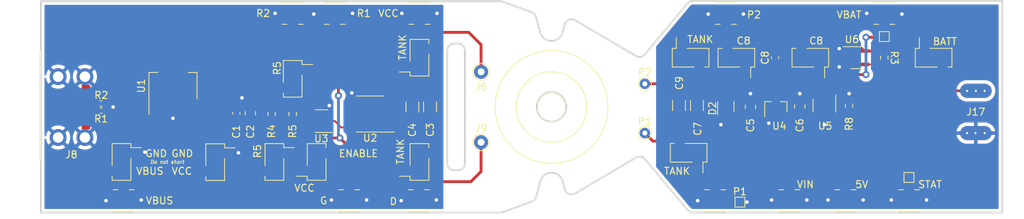
<source format=kicad_pcb>
(kicad_pcb (version 20211014) (generator pcbnew)
  (layers (0 "F.Cu" signal) (31 "B.Cu" signal) (34 "B.Paste" user) (35 "F.Paste" user) (36 "B.SilkS" user "B.Silkscreen") (37 "F.SilkS" user "F.Silkscreen") (38 "B.Mask" user) (39 "F.Mask" user) (44 "Edge.Cuts" user))
  (net 0 "")
  (net 1 "GND")
  (net 2 "VBUS")
  (net 3 "Net-(C3-Pad1)")
  (net 4 "GNDREF")
  (net 5 "Net-(C3-Pad2)")
  (net 6 "+5V")
  (net 7 "+BATT")
  (net 8 "/STAT")
  (net 9 "VCC")
  (net 10 "Net-(C7-Pad2)")
  (net 11 "Net-(C7-Pad1)")
  (net 12 "Net-(J5-Pad1)")
  (net 13 "Net-(J7-Pad1)")
  (net 14 "Net-(J8-PadA5)")
  (net 15 "Net-(J8-PadB5)")
  (net 16 "Net-(J10-Pad1)")
  (net 17 "Net-(J16-Pad2)")
  (net 18 "VEE")
  (net 19 "Net-(C8-Pad1)")
  (net 20 "Net-(C8-Pad2)")
  (net 21 "Net-(D2-Pad3)")
  (net 22 "Net-(D2-Pad6)")
  (net 23 "Net-(J9-Pad1)")
  (net 24 "Net-(R5-Pad2)")
  (net 25 "Net-(R5-Pad1)")
  (net 26 "Net-(J29-Pad1)")
  (net 27 "Net-(U5-Pad5)")
  (net 28 "Net-(U3-Pad6)")
  (footprint "Capacitor_SMD:C_0805_2012Metric" (layer "F.Cu") (at 186.5 103.98 90)
    (fp_text reference "C5")
    (fp_text value "4.7uF 25V 20%")
  )
  (footprint "Package_TO_SOT_SMD:SOT-363_SC-70-6" (layer "F.Cu") (at 183 103.93 90)
    (fp_text reference "D2")
    (fp_text value "BAV99S")
  )
  (footprint "Pixels-dice:USB-C-SMD_10P-P1.00-L6.8-W8.9" (layer "F.Cu") (at 90.1 104.01 180)
    (fp_text reference "J8")
    (fp_text value "USB_C_Receptacle_USB2.0")
  )
  (footprint "TestPoint:TestPoint_THTPad_D1.5mm_Drill0.7mm" (layer "F.Cu") (at 171.5 107.7)
    (fp_text reference "P1")
    (fp_text value "COILA")
  )
  (footprint "TestPoint:TestPoint_THTPad_D1.5mm_Drill0.7mm" (layer "F.Cu") (at 171.5 100.7)
    (fp_text reference "P2")
    (fp_text value "COILB")
  )
  (footprint "Resistor_SMD:R_0402_1005Metric" (layer "F.Cu") (at 94.3 103.5 180)
    (fp_text reference "R2")
    (fp_text value "5.1k 1%")
  )
  (footprint "Pixels-dice:SOT-23" (layer "F.Cu") (at 190.1 104 -90)
    (fp_text reference "U4")
    (fp_text value "HX6306P502MR")
  )
  (footprint "Package_TO_SOT_SMD:SOT-23-5" (layer "F.Cu") (at 197 103.82 -90)
    (fp_text reference "U5")
    (fp_text value "MCP73832T-2ACI/OT")
  )
  (footprint "Resistor_SMD:R_0603_1608Metric" (layer "F.Cu") (at 200.5 103.8 90)
    (fp_text reference "R8")
    (fp_text value "10k 5%")
  )
  (footprint "Connector_PinHeader_2.54mm:PinHeader_1x02_P2.54mm_Vertical_SMD_Pin1Right" (layer "F.Cu") (at 212.5 97 90)
    (fp_text reference "J16" hide)
    (fp_text value "Conn_01x02")
  )
  (footprint "TestPoint:TestPoint_THTPad_D2.0mm_Drill1.0mm" (layer "F.Cu") (at 148.25 99)
    (fp_text reference "J6")
    (fp_text value "Coil B")
  )
  (footprint "Pixels-dice:U.FL-R-SMT-1(80)" (layer "F.Cu") (at 181.5 115.745 90)
    (fp_text reference "J12" hide)
    (fp_text value "P1")
  )
  (footprint "Pixels-dice:U.FL-R-SMT-1(80)" (layer "F.Cu") (at 192 115.745 90)
    (fp_text reference "J13" hide)
    (fp_text value "VIN")
  )
  (footprint "Pixels-dice:U.FL-R-SMT-1(80)" (layer "F.Cu") (at 200 115.745 90)
    (fp_text reference "J14" hide)
    (fp_text value "5V")
  )
  (footprint "Pixels-dice:U.FL-R-SMT-1(80)" (layer "F.Cu") (at 183 92.255 -90)
    (fp_text reference "J19" hide)
    (fp_text value "P2")
  )
  (footprint "TestPoint:TestPoint_Pad_1.0x1.0mm" (layer "F.Cu") (at 185 117.5)
    (fp_text reference "W3" hide)
    (fp_text value "GND")
  )
  (footprint "Pixels-dice:Hongjie 10100 Connector" (layer "F.Cu") (at 218.5 104.7 -90)
    (fp_text reference "J17")
    (fp_text value "Conn_01x02")
  )
  (footprint "TestPoint:TestPoint_Pad_1.0x1.0mm" (layer "F.Cu") (at 209 114)
    (fp_text reference "W4" hide)
    (fp_text value "STAT")
  )
  (footprint "Pixels-dice:U.FL-R-SMT-1(80)" (layer "F.Cu") (at 139.425 115.745 90)
    (fp_text reference "J11" hide)
    (fp_text value "D")
  )
  (footprint "TestPoint:TestPoint_THTPad_D2.0mm_Drill1.0mm" (layer "F.Cu") (at 148.25 109)
    (fp_text reference "J9")
    (fp_text value "Coil A")
  )
  (footprint "Capacitor_SMD:C_0805_2012Metric" (layer "F.Cu") (at 193.5 103.9 90)
    (fp_text reference "C6")
    (fp_text value "4.7uF 25V 20%")
  )
  (footprint "Capacitor_SMD:C_1206_3216Metric" (layer "F.Cu") (at 178.9 103.8 90)
    (fp_text reference "C7")
    (fp_text value "47nF 50V 5% NP0")
  )
  (footprint "Pixels-dice:U.FL-R-SMT-1(80)" (layer "F.Cu") (at 97.5 115.745 90)
    (fp_text reference "J1" hide)
    (fp_text value "VBUS")
  )
  (footprint "Pixels-dice:U.FL-R-SMT-1(80)" (layer "F.Cu") (at 139.5 92.255 -90)
    (fp_text reference "J4" hide)
    (fp_text value "VCC")
  )
  (footprint "Pixels-dice:U.FL-R-SMT-1(80)" (layer "F.Cu") (at 127.5 92.255 -90)
    (fp_text reference "J7" hide)
    (fp_text value "R1")
  )
  (footprint "Pixels-dice:U.FL-R-SMT-1(80)" (layer "F.Cu") (at 205.5 92.255 -90)
    (fp_text reference "J15" hide)
    (fp_text value "VBAT")
  )
  (footprint "TestPoint:TestPoint_Pad_1.0x1.0mm" (layer "F.Cu") (at 205.5 94)
    (fp_text reference "W2" hide)
    (fp_text value "BATT")
  )
  (footprint "Capacitor_SMD:C_1206_3216Metric" (layer "F.Cu") (at 138.5 104 90)
    (fp_text reference "C4")
    (fp_text value "100nF 50V NP0")
  )
  (footprint "Capacitor_SMD:C_1206_3216Metric" (layer "F.Cu") (at 141 104 90)
    (fp_text reference "C3")
    (fp_text value "100nF 50V NP0")
  )
  (footprint "Capacitor_SMD:C_0603_1608Metric" (layer "F.Cu") (at 113.5 104.9 90)
    (fp_text reference "C1")
    (fp_text value "0.1uF 16V")
  )
  (footprint "Capacitor_SMD:C_0805_2012Metric" (layer "F.Cu") (at 115.5 104.9 90)
    (fp_text reference "C2")
    (fp_text value "10uF 16V")
  )
  (footprint "Connector_PinHeader_2.54mm:PinHeader_1x02_P2.54mm_Vertical_SMD_Pin1Right" (layer "F.Cu") (at 110.5 111.825)
    (fp_text reference "J2" hide)
    (fp_text value "Conn_01x02")
  )
  (footprint "Pixels-dice:U.FL-R-SMT-1(80)" (layer "F.Cu") (at 121.5 92.255 -90)
    (fp_text reference "J10" hide)
    (fp_text value "R2")
  )
  (footprint "Connector_PinHeader_2.54mm:PinHeader_1x02_P2.54mm_Vertical_SMD_Pin1Right" (layer "F.Cu") (at 139.5 97 180)
    (fp_text reference "J18" hide)
    (fp_text value "Conn_01x02")
  )
  (footprint "Resistor_SMD:R_0603_1608Metric" (layer "F.Cu") (at 205.5 97 -90)
    (fp_text reference "R3")
    (fp_text value "10k 5%")
  )
  (footprint "Resistor_SMD:R_0603_1608Metric" (layer "F.Cu") (at 118.5 105 -90)
    (fp_text reference "R4")
    (fp_text value "200k 1%")
  )
  (footprint "Resistor_SMD:R_0603_1608Metric" (layer "F.Cu") (at 121.5 105 -90)
    (fp_text reference "R5")
    (fp_text value "84.5k 1%")
  )
  (footprint "Package_TO_SOT_SMD:SOT-223" (layer "F.Cu") (at 104.5 101 90)
    (fp_text reference "U1")
    (fp_text value "H7650")
  )
  (footprint "Package_SO:SO-8_3.9x4.9mm_P1.27mm" (layer "F.Cu") (at 132.5 105 180)
    (fp_text reference "U2")
    (fp_text value "XKT335")
  )
  (footprint "Package_TO_SOT_SMD:SOT-23-6" (layer "F.Cu") (at 125.6 106 180)
    (fp_text reference "U3")
    (fp_text value "XKT001")
  )
  (footprint "Connector_PinHeader_2.54mm:PinHeader_1x02_P2.54mm_Vertical_SMD_Pin1Right" (layer "F.Cu") (at 97.2 111.8)
    (fp_text reference "J20" hide)
    (fp_text value "Conn_01x02")
  )
  (footprint "Pixels-dice:U.FL-R-SMT-1(80)" (layer "F.Cu") (at 129.5 115.745 90)
    (fp_text reference "J5" hide)
    (fp_text value "G")
  )
  (footprint "Resistor_SMD:R_0402_1005Metric" (layer "F.Cu") (at 94.3 104.51 180)
    (fp_text reference "R1")
    (fp_text value "5.1k 1%")
  )
  (footprint "Connector_PinHeader_2.54mm:PinHeader_1x02_P2.54mm_Vertical_SMD_Pin1Right" (layer "F.Cu") (at 118.9 111.8)
    (fp_text reference "J21" hide)
    (fp_text value "Conn_01x02")
  )
  (footprint "Connector_PinHeader_2.54mm:PinHeader_1x02_P2.54mm_Vertical_SMD_Pin1Right" (layer "F.Cu") (at 195 97 -90)
    (fp_text reference "J29" hide)
    (fp_text value "Conn_01x02")
  )
  (footprint "Connector_PinHeader_2.54mm:PinHeader_1x02_P2.54mm_Vertical_SMD_Pin1Right" (layer "F.Cu") (at 139.5 111.8 180)
    (fp_text reference "J23" hide)
    (fp_text value "Conn_01x02")
  )
  (footprint "Pixels-dice:U.FL-R-SMT-1(80)" (layer "F.Cu") (at 209 115.745 90)
    (fp_text reference "J28" hide)
    (fp_text value "STAT")
  )
  (footprint "Connector_PinHeader_2.54mm:PinHeader_1x02_P2.54mm_Vertical_SMD_Pin1Right" (layer "F.Cu") (at 184.5 97 -90)
    (fp_text reference "J27" hide)
    (fp_text value "Conn_01x02")
  )
  (footprint "Capacitor_SMD:C_1206_3216Metric" (layer "F.Cu") (at 176.35 103.8 90)
    (fp_text reference "C9")
    (fp_text value "33nF 50V 5% NP0")
  )
  (footprint "Connector_PinHeader_2.54mm:PinHeader_1x02_P2.54mm_Vertical_SMD_Pin1Right" (layer "F.Cu") (at 121.5 100)
    (fp_text reference "J24" hide)
    (fp_text value "Conn_01x02")
  )
  (footprint "Connector_PinHeader_2.54mm:PinHeader_1x02_P2.54mm_Vertical_SMD_Pin1Right" (layer "F.Cu") (at 177.725 110.5 -90)
    (fp_text reference "J25" hide)
    (fp_text value "Conn_01x02")
  )
  (footprint "Connector_PinHeader_2.54mm:PinHeader_1x02_P2.54mm_Vertical_SMD_Pin1Right" (layer "F.Cu") (at 124.9 111.8 180)
    (fp_text reference "J3" hide)
    (fp_text value "Conn_01x02")
  )
  (footprint "Capacitor_SMD:C_0603_1608Metric" (layer "F.Cu") (at 190 97 90)
    (fp_text reference "C8")
    (fp_text value "0.47uF 50V")
  )
  (footprint "Pixels-dice:SC-74A" (layer "F.Cu") (at 201.5 97)
    (fp_text reference "U6")
    (fp_text value "74HC1G66")
  )
  (footprint "Connector_PinHeader_2.54mm:PinHeader_1x02_P2.54mm_Vertical_SMD_Pin1Right" (layer "F.Cu") (at 178 97 90)
    (fp_text reference "J26" hide)
    (fp_text value "Conn_01x02")
  )
  (gr_circle (center 158.25 104) (end 163.25 104) (layer "F.SilkS") (width 0.12) (fill none))
  (gr_circle (center 158.25 104) (end 166.25 104) (layer "F.SilkS") (width 0.12) (fill none))
  (gr_circle (center 158.25 104) (end 160.25 104) (layer "F.SilkS") (width 0.12) (fill none))
  (gr_arc (start 178.348333 118.985239) (mid 177.925715 118.891547) (end 177.582289 118.628027) (layer "Edge.Cuts") (width 0.25))
  (gr_arc (start 156.055942 116.757163) (mid 155.827327 117.168184) (end 155.436106 117.429238) (layer "Edge.Cuts") (width 0.25))
  (gr_line (start 85.749988 88.985239) (end 150.982152 88.985239) (layer "Edge.Cuts") (width 0.25))
  (gr_line (start 178.320601 88.931191) (end 222.249988 88.931191) (layer "Edge.Cuts") (width 0.25))
  (gr_line (start 160.132298 115.660158) (end 159.861551 114.577701) (layer "Edge.Cuts") (width 0.25))
  (gr_line (start 85.749988 118.985239) (end 85.749988 88.985239) (layer "Edge.Cuts") (width 0.25))
  (gr_arc (start 161.611048 116.278493) (mid 160.716634 116.340102) (end 160.132298 115.660158) (layer "Edge.Cuts") (width 0.25))
  (gr_circle (center 158.249988 103.97807) (end 160.349988 103.97807) (layer "Edge.Cuts") (width 0.25) (fill none))
  (gr_arc (start 177.553287 89.289919) (mid 177.897087 89.025301) (end 178.320601 88.931191) (layer "Edge.Cuts") (width 0.25))
  (gr_line (start 151.353714 118.924254) (end 155.436106 117.429238) (layer "Edge.Cuts") (width 0.25))
  (gr_arc (start 171.501166 96.531584) (mid 170.904523 96.87564) (end 170.226921 96.752299) (layer "Edge.Cuts") (width 0.25))
  (gr_line (start 171.515863 111.398342) (end 177.582289 118.628027) (layer "Edge.Cuts") (width 0.25))
  (gr_line (start 156.055942 116.757163) (end 156.670735 114.537619) (layer "Edge.Cuts") (width 0.25))
  (gr_arc (start 144.949988 94.990229) (mid 145.657095 95.283122) (end 145.949988 95.990229) (layer "Edge.Cuts") (width 0.25))
  (gr_line (start 144.449988 112.990229) (end 144.949988 112.990229) (layer "Edge.Cuts") (width 0.25))
  (gr_line (start 156.057898 91.221411) (end 156.64576 93.406696) (layer "Edge.Cuts") (width 0.25))
  (gr_arc (start 170.241183 111.180147) (mid 170.91854 111.055466) (end 171.515863 111.398342) (layer "Edge.Cuts") (width 0.25))
  (gr_arc (start 150.982152 88.985239) (mid 151.1558 89.000432) (end 151.324172 89.045547) (layer "Edge.Cuts") (width 0.25))
  (gr_line (start 171.501166 96.531584) (end 177.553287 89.289919) (layer "Edge.Cuts") (width 0.25))
  (gr_arc (start 145.949988 111.990229) (mid 145.657094 112.697335) (end 144.949988 112.990229) (layer "Edge.Cuts") (width 0.25))
  (gr_line (start 170.241183 111.180147) (end 161.611048 116.278493) (layer "Edge.Cuts") (width 0.25))
  (gr_arc (start 151.353714 118.924254) (mid 151.184458 118.969875) (end 151.009837 118.985239) (layer "Edge.Cuts") (width 0.25))
  (gr_line (start 160.136232 92.268551) (end 159.833313 93.403545) (layer "Edge.Cuts") (width 0.25))
  (gr_line (start 222.249988 88.931191) (end 222.249988 118.985239) (layer "Edge.Cuts") (width 0.25))
  (gr_line (start 85.749988 88.985239) (end 150.982152 88.985239) (layer "Edge.Cuts") (width 0.25))
  (gr_line (start 151.009837 118.985239) (end 85.749988 118.985239) (layer "Edge.Cuts") (width 0.25))
  (gr_arc (start 160.136232 92.268551) (mid 160.810297 91.570032) (end 161.759621 91.772706) (layer "Edge.Cuts") (width 0.25))
  (gr_line (start 222.249988 118.985239) (end 178.348333 118.985239) (layer "Edge.Cuts") (width 0.25))
  (gr_arc (start 155.434249 90.541492) (mid 155.829172 90.80523) (end 156.057898 91.221411) (layer "Edge.Cuts") (width 0.25))
  (gr_line (start 144.449988 94.990229) (end 144.949988 94.990229) (layer "Edge.Cuts") (width 0.25))
  (gr_arc (start 156.670735 114.537619) (mid 158.281587 113.3282) (end 159.861551 114.577701) (layer "Edge.Cuts") (width 0.25))
  (gr_arc (start 144.449988 112.990229) (mid 143.742882 112.697335) (end 143.449988 111.990229) (layer "Edge.Cuts") (width 0.25))
  (gr_arc (start 159.833313 93.403545) (mid 158.240745 94.628069) (end 156.64576 93.406696) (layer "Edge.Cuts") (width 0.25))
  (gr_line (start 151.324172 89.045547) (end 155.434249 90.541492) (layer "Edge.Cuts") (width 0.25))
  (gr_line (start 161.759621 91.772706) (end 170.226921 96.752299) (layer "Edge.Cuts") (width 0.25))
  (gr_line (start 143.449988 95.990229) (end 143.449988 111.990229) (layer "Edge.Cuts") (width 0.25))
  (gr_line (start 145.949988 111.990229) (end 145.949988 95.990229) (layer "Edge.Cuts") (width 0.25))
  (gr_arc (start 143.449988 95.990229) (mid 143.742881 95.283122) (end 144.449988 94.990229) (layer "Edge.Cuts") (width 0.25))
  (gr_text "BATT" (at 215.9 94.7) (layer "F.SilkS") (effects (font (size 1 1)) (justify right)))
  (gr_text "GND" (at 100.5 110.6) (layer "F.SilkS") (effects (font (size 1 1)) (justify left)))
  (gr_text "TANK" (at 181.3 94.4) (layer "F.SilkS") (effects (font (size 1 1)) (justify right)))
  (gr_text "Do not short" (at 103.7 111.8) (layer "F.SilkS") (effects (font (size 0.5 0.5) (thickness 0.1) italic)))
  (gr_text "VCC" (at 124.7 115.5) (layer "F.SilkS") (effects (font (size 1 1)) (justify right)))
  (gr_text "TANK" (at 136.8 108.4 90) (layer "F.SilkS") (effects (font (size 1 1)) (justify right)))
  (gr_text "ENABLE" (at 133.7 110.6) (layer "F.SilkS") (effects (font (size 1 1)) (justify right)))
  (gr_text "C8" (at 186.6 94.6) (layer "F.SilkS") (effects (font (size 1 1)) (justify right)))
  (gr_text "R5" (at 119.3 97.4 90) (layer "F.SilkS") (effects (font (size 1 1)) (justify right)))
  (gr_text "VCC" (at 107.3 113.1) (layer "F.SilkS") (effects (font (size 1 1)) (justify right)))
  (gr_text "TANK" (at 137.1 93.6 90) (layer "F.SilkS") (effects (font (size 1 1)) (justify right)))
  (gr_text "GND" (at 104.2 110.6) (layer "F.SilkS") (effects (font (size 1 1)) (justify left)))
  (gr_text "R5" (at 116.5 109.2 90) (layer "F.SilkS") (effects (font (size 1 1)) (justify right)))
  (gr_text "TANK" (at 178 113.1) (layer "F.SilkS") (effects (font (size 1 1)) (justify right)))
  (gr_text "VBUS" (at 99.2 113.1) (layer "F.SilkS") (effects (font (size 1 1)) (justify left)))
  (gr_text "C8" (at 196.9 94.6) (layer "F.SilkS") (effects (font (size 1 1)) (justify right)))
  (segment (start 126.7 105.05) (end 126.7 103.8) (width 0.4) (layer "F.Cu") (net 1))
  (segment (start 94.81 104.51) (end 95.49 104.51) (width 0.4) (layer "F.Cu") (net 1))
  (segment (start 131.075 117.245) (end 131.955 117.245) (width 0.4) (layer "F.Cu") (net 1))
  (segment (start 98.855 110.495) (end 100.405 110.495) (width 0.4) (layer "F.Cu") (net 1))
  (segment (start 95.5 103.5) (end 96 104) (width 0.4) (layer "F.Cu") (net 1))
  (segment (start 129.925 105.635) (end 129.925 104.365) (width 0.4) (layer "F.Cu") (net 1))
  (segment (start 99.955 117.245) (end 100 117.2) (width 0.4) (layer "F.Cu") (net 1))
  (segment (start 129.925 102.025) (end 129.9 102) (width 0.4) (layer "F.Cu") (net 1))
  (segment (start 129.925 104.365) (end 129.925 103.095) (width 0.4) (layer "F.Cu") (net 1))
  (segment (start 113.5 104.125) (end 113.5 103.5) (width 0.4) (layer "F.Cu") (net 1))
  (segment (start 137.925 90.755) (end 137.055 90.755) (width 0.4) (layer "F.Cu") (net 1))
  (segment (start 114.9 102.7) (end 114.3 102.7) (width 0.4) (layer "F.Cu") (net 1))
  (segment (start 137.85 117.245) (end 136.955 117.245) (width 0.4) (layer "F.Cu") (net 1))
  (segment (start 113.5 103.5) (end 114.3 102.7) (width 0.4) (layer "F.Cu") (net 1))
  (segment (start 94.81 103.5) (end 95.5 103.5) (width 0.4) (layer "F.Cu") (net 1))
  (segment (start 95.49 104.51) (end 96 104) (width 0.4) (layer "F.Cu") (net 1))
  (segment (start 115.5 103.95) (end 115.5 103.3) (width 0.4) (layer "F.Cu") (net 1))
  (segment (start 99.075 117.245) (end 99.955 117.245) (width 0.4) (layer "F.Cu") (net 1))
  (segment (start 95.055 117.245) (end 95 117.3) (width 0.4) (layer "F.Cu") (net 1))
  (segment (start 129.075 90.755) (end 129.945 90.755) (width 0.4) (layer "F.Cu") (net 1))
  (segment (start 113.745 110.555) (end 113.8 110.5) (width 0.4) (layer "F.Cu") (net 1))
  (segment (start 141 117.245) (end 141.855 117.245) (width 0.4) (layer "F.Cu") (net 1))
  (segment (start 127.925 117.245) (end 127.045 117.245) (width 0.4) (layer "F.Cu") (net 1))
  (segment (start 95.925 117.245) (end 95.055 117.245) (width 0.4) (layer "F.Cu") (net 1))
  (segment (start 119.925 90.755) (end 119.055 90.755) (width 0.4) (layer "F.Cu") (net 1))
  (segment (start 137.055 90.755) (end 137 90.7) (width 0.4) (layer "F.Cu") (net 1))
  (segment (start 129.925 103.095) (end 129.925 102.025) (width 0.4) (layer "F.Cu") (net 1))
  (segment (start 124.055 90.755) (end 125.925 90.755) (width 0.4) (layer "F.Cu") (net 1))
  (segment (start 131.955 117.245) (end 132 117.2) (width 0.4) (layer "F.Cu") (net 1))
  (segment (start 124.5 90.8) (end 123.945 90.755) (width 0.4) (layer "F.Cu") (net 1))
  (segment (start 119.055 90.755) (end 119 90.7) (width 0.4) (layer "F.Cu") (net 1))
  (segment (start 112.155 110.555) (end 113.745 110.555) (width 0.4) (layer "F.Cu") (net 1))
  (segment (start 141.945 90.755) (end 142 90.7) (width 0.4) (layer "F.Cu") (net 1))
  (segment (start 115.5 103.3) (end 114.9 102.7) (width 0.4) (layer "F.Cu") (net 1))
  (segment (start 141.855 117.245) (end 141.9 117.2) (width 0.4) (layer "F.Cu") (net 1))
  (segment (start 123.945 90.755) (end 123.075 90.755) (width 0.4) (layer "F.Cu") (net 1))
  (segment (start 127.045 117.245) (end 127 117.2) (width 0.4) (layer "F.Cu") (net 1))
  (segment (start 124.5 90.8) (end 124.055 90.755) (width 0.4) (layer "F.Cu") (net 1))
  (segment (start 141.075 90.755) (end 141.945 90.755) (width 0.4) (layer "F.Cu") (net 1))
  (segment (start 100.405 110.495) (end 100.5 110.4) (width 0.4) (layer "F.Cu") (net 1))
  (segment (start 129.945 90.755) (end 130 90.7) (width 0.4) (layer "F.Cu") (net 1))
  (segment (start 136.955 117.245) (end 136.9 117.3) (width 0.4) (layer "F.Cu") (net 1))
  (segment (start 104.5 104.15) (end 104.5 105.6) (width 0.4) (layer "F.Cu") (net 1))
  (via (at 104.5 105.6) (size 1) (drill 0.5) (layers "F.Cu" "B.Cu") (net 1))
  (via (at 114.3 102.7) (size 1) (drill 0.5) (layers "F.Cu" "B.Cu") (net 1))
  (via (at 113.8 110.5) (size 1) (drill 0.5) (layers "F.Cu" "B.Cu") (net 1))
  (via (at 132 117.2) (size 1) (drill 0.5) (layers "F.Cu" "B.Cu") (net 1))
  (via (at 142 90.7) (size 1) (drill 0.5) (layers "F.Cu" "B.Cu") (net 1))
  (via (at 124.5 90.8) (size 1) (drill 0.5) (layers "F.Cu" "B.Cu") (net 1))
  (via (at 100.5 110.4) (size 1) (drill 0.5) (layers "F.Cu" "B.Cu") (net 1))
  (via (at 119 90.7) (size 1) (drill 0.5) (layers "F.Cu" "B.Cu") (net 1))
  (via (at 100 117.2) (size 1) (drill 0.5) (layers "F.Cu" "B.Cu") (net 1))
  (via (at 137 90.7) (size 1) (drill 0.5) (layers "F.Cu" "B.Cu") (net 1))
  (via (at 136.9 117.3) (size 1) (drill 0.5) (layers "F.Cu" "B.Cu") (net 1))
  (via (at 141.9 117.2) (size 1) (drill 0.5) (layers "F.Cu" "B.Cu") (net 1))
  (via (at 126.7 103.8) (size 1) (drill 0.5) (layers "F.Cu" "B.Cu") (net 1))
  (via (at 130 90.7) (size 1) (drill 0.5) (layers "F.Cu" "B.Cu") (net 1))
  (via (at 129.9 102) (size 1) (drill 0.5) (layers "F.Cu" "B.Cu") (net 1))
  (via (at 95 117.3) (size 1) (drill 0.5) (layers "F.Cu" "B.Cu") (net 1))
  (via (at 127 117.2) (size 1) (drill 0.5) (layers "F.Cu" "B.Cu") (net 1))
  (via (at 96 104) (size 1) (drill 0.5) (layers "F.Cu" "B.Cu") (net 1))
  (segment (start 90.5 102.9) (end 90.91 102.49) (width 0.4) (layer "F.Cu") (net 2))
  (segment (start 101.255 106.945) (end 102.2 106) (width 0.4) (layer "F.Cu") (net 2))
  (segment (start 97.5 115.72) (end 97.5 113.8) (width 0.4) (layer "F.Cu") (net 2))
  (segment (start 95.545 113.07) (end 95.545 111.945) (width 0.4) (layer "F.Cu") (net 2))
  (segment (start 96.77 113.07) (end 97.5 113.8) (width 0.4) (layer "F.Cu") (net 2))
  (segment (start 95.545 113.07) (end 96.77 113.07) (width 0.4) (layer "F.Cu") (net 2))
  (segment (start 95.545 106.945) (end 95.545 111.945) (width 0.4) (layer "F.Cu") (net 2))
  (segment (start 92.15 105.53) (end 94.13 105.53) (width 0.4) (layer "F.Cu") (net 2))
  (segment (start 90.83 105.53) (end 90.5 105.2) (width 0.4) (layer "F.Cu") (net 2))
  (segment (start 90.91 102.49) (end 92.15 102.49) (width 0.4) (layer "F.Cu") (net 2))
  (segment (start 90.5 105.2) (end 90.5 102.9) (width 0.4) (layer "F.Cu") (net 2))
  (segment (start 94.13 105.53) (end 95.545 106.945) (width 0.4) (layer "F.Cu") (net 2))
  (segment (start 102.2 106) (end 102.2 104.15) (width 0.4) (layer "F.Cu") (net 2))
  (segment (start 92.15 105.53) (end 90.83 105.53) (width 0.4) (layer "F.Cu") (net 2))
  (segment (start 95.545 106.945) (end 101.255 106.945) (width 0.4) (layer "F.Cu") (net 2))
  (segment (start 138.5 105.475) (end 141 105.475) (width 0.4) (layer "F.Cu") (net 3))
  (segment (start 141 110.375) (end 141.155 110.53) (width 0.4) (layer "F.Cu") (net 3))
  (segment (start 141 105.475) (end 141 110.375) (width 0.4) (layer "F.Cu") (net 3))
  (segment (start 207.425 117.245) (end 206.545 117.245) (width 0.4) (layer "F.Cu") (net 4))
  (segment (start 184.575 90.755) (end 185.455 90.755) (width 0.4) (layer "F.Cu") (net 4))
  (segment (start 211.455 117.245) (end 211.5 117.2) (width 0.4) (layer "F.Cu") (net 4))
  (segment (start 186.5 103.03) (end 186.5 102.1) (width 0.4) (layer "F.Cu") (net 4))
  (segment (start 203.925 90.755) (end 203.055 90.755) (width 0.4) (layer "F.Cu") (net 4))
  (segment (start 189.1 106.3) (end 189.1 105.05) (width 0.4) (layer "F.Cu") (net 4))
  (segment (start 199.45 96.05) (end 199.1 95.7) (width 0.4) (layer "F.Cu") (net 4))
  (segment (start 182.35 106.45) (end 182.3 106.5) (width 0.4) (layer "F.Cu") (net 4))
  (segment (start 189.1 105.05) (end 189.15 105) (width 0.4) (layer "F.Cu") (net 4))
  (segment (start 207.955 90.755) (end 208 90.8) (width 0.4) (layer "F.Cu") (net 4))
  (segment (start 197 103.6) (end 197 106.5) (width 0.4) (layer "F.Cu") (net 4))
  (segment (start 197 102.72) (end 197 103.6) (width 0.4) (layer "F.Cu") (net 4))
  (segment (start 199.45 97.95) (end 199.1 98.3) (width 0.4) (layer "F.Cu") (net 4))
  (segment (start 183.33 117.5) (end 185 117.5) (width 0.4) (layer "F.Cu") (net 4))
  (segment (start 179.925 117.245) (end 179.055 117.245) (width 0.4) (layer "F.Cu") (net 4))
  (segment (start 194.455 117.245) (end 194.5 117.2) (width 0.4) (layer "F.Cu") (net 4))
  (segment (start 198.425 117.245) (end 197.545 117.245) (width 0.4) (layer "F.Cu") (net 4))
  (segment (start 203.055 90.755) (end 203 90.7) (width 0.4) (layer "F.Cu") (net 4))
  (segment (start 202.455 117.245) (end 202.5 117.2) (width 0.4) (layer "F.Cu") (net 4))
  (segment (start 193.5 102.95) (end 193.5 102.1) (width 0.4) (layer "F.Cu") (net 4))
  (segment (start 180.455 90.755) (end 181.425 90.755) (width 0.4) (layer "F.Cu") (net 4))
  (segment (start 190.425 117.245) (end 189.545 117.245) (width 0.4) (layer "F.Cu") (net 4))
  (segment (start 201.575 117.245) (end 202.455 117.245) (width 0.4) (layer "F.Cu") (net 4))
  (segment (start 182.35 104.88) (end 182.35 106.45) (width 0.4) (layer "F.Cu") (net 4))
  (segment (start 185.455 90.755) (end 185.5 90.8) (width 0.4) (layer "F.Cu") (net 4))
  (segment (start 189.545 117.245) (end 189.5 117.2) (width 0.4) (layer "F.Cu") (net 4))
  (segment (start 207.075 90.755) (end 207.955 90.755) (width 0.4) (layer "F.Cu") (net 4))
  (segment (start 183.65 102.98) (end 186.45 102.98) (width 0.4) (layer "F.Cu") (net 4))
  (segment (start 179.055 117.245) (end 179 117.3) (width 0.4) (layer "F.Cu") (net 4))
  (segment (start 206.545 117.245) (end 206.5 117.2) (width 0.4) (layer "F.Cu") (net 4))
  (segment (start 210.575 117.245) (end 211.455 117.245) (width 0.4) (layer "F.Cu") (net 4))
  (segment (start 193.575 117.245) (end 194.455 117.245) (width 0.4) (layer "F.Cu") (net 4))
  (segment (start 200.3625 96.05) (end 199.45 96.05) (width 0.4) (layer "F.Cu") (net 4))
  (segment (start 200.5 102.975) (end 200.5 102.1) (width 0.4) (layer "F.Cu") (net 4))
  (segment (start 180.5 90.8) (end 180.455 90.755) (width 0.4) (layer "F.Cu") (net 4))
  (segment (start 200.3625 97.95) (end 199.45 97.95) (width 0.4) (layer "F.Cu") (net 4))
  (segment (start 197.545 117.245) (end 197.5 117.2) (width 0.4) (layer "F.Cu") (net 4))
  (segment (start 183.075 117.245) (end 183.33 117.5) (width 0.4) (layer "F.Cu") (net 4))
  (segment (start 185 117.5) (end 186 117.5) (width 0.4) (layer "F.Cu") (net 4))
  (segment (start 186.45 102.98) (end 186.5 103.03) (width 0.4) (layer "F.Cu") (net 4))
  (via (at 200.5 102.1) (size 1) (drill 0.5) (layers "F.Cu" "B.Cu") (net 4))
  (via (at 189.1 106.3) (size 1) (drill 0.5) (layers "F.Cu" "B.Cu") (net 4))
  (via (at 211.5 117.2) (size 1) (drill 0.5) (layers "F.Cu" "B.Cu") (net 4))
  (via (at 185.5 90.8) (size 1) (drill 0.5) (layers "F.Cu" "B.Cu") (net 4))
  (via (at 186.5 102.1) (size 1) (drill 0.5) (layers "F.Cu" "B.Cu") (net 4))
  (via (at 193.5 102.1) (size 1) (drill 0.5) (layers "F.Cu" "B.Cu") (net 4))
  (via (at 189.5 117.2) (size 1) (drill 0.5) (layers "F.Cu" "B.Cu") (net 4))
  (via (at 208 90.8) (size 1) (drill 0.5) (layers "F.Cu" "B.Cu") (net 4))
  (via (at 203 90.7) (size 1) (drill 0.5) (layers "F.Cu" "B.Cu") (net 4))
  (via (at 206.5 117.2) (size 1) (drill 0.5) (layers "F.Cu" "B.Cu") (net 4))
  (via (at 180.5 90.8) (size 1) (drill 0.5) (layers "F.Cu" "B.Cu") (net 4))
  (via (at 182.3 106.5) (size 1) (drill 0.5) (layers "F.Cu" "B.Cu") (net 4))
  (via (at 202.5 117.2) (size 1) (drill 0.5) (layers "F.Cu" "B.Cu") (net 4))
  (via (at 186 117.5) (size 1) (drill 0.5) (layers "F.Cu" "B.Cu") (net 4))
  (via (at 199.1 95.7) (size 1) (drill 0.5) (layers "F.Cu" "B.Cu") (net 4))
  (via (at 197.5 117.2) (size 1) (drill 0.5) (layers "F.Cu" "B.Cu") (net 4))
  (via (at 179 117.3) (size 1) (drill 0.5) (layers "F.Cu" "B.Cu") (net 4))
  (via (at 197 106.5) (size 1) (drill 0.5) (layers "F.Cu" "B.Cu") (net 4))
  (via (at 194.5 117.2) (size 1) (drill 0.5) (layers "F.Cu" "B.Cu") (net 4))
  (via (at 199.1 98.3) (size 1) (drill 0.5) (layers "F.Cu" "B.Cu") (net 4))
  (segment (start 138.5 100.5) (end 138.5 102.525) (width 0.25) (layer "F.Cu") (net 5))
  (segment (start 137.845 98.27) (end 137.845 99.845) (width 0.25) (layer "F.Cu") (net 5))
  (segment (start 137.845 99.845) (end 138.5 100.5) (width 0.25) (layer "F.Cu") (net 5))
  (segment (start 138.5 102.525) (end 141 102.525) (width 0.25) (layer "F.Cu") (net 5))
  (segment (start 193.5 104.85) (end 191.2 104.85) (width 0.4) (layer "F.Cu") (net 6))
  (segment (start 200 111.9) (end 200 115.72) (width 0.4) (layer "F.Cu") (net 6))
  (segment (start 196.05 104.92) (end 196.05 107.95) (width 0.4) (layer "F.Cu") (net 6))
  (segment (start 191.2 104.85) (end 191.05 105) (width 0.4) (layer "F.Cu") (net 6))
  (segment (start 193.5 104.85) (end 195.98 104.85) (width 0.4) (layer "F.Cu") (net 6))
  (segment (start 196.05 107.95) (end 200 111.9) (width 0.4) (layer "F.Cu") (net 6))
  (segment (start 195.98 104.85) (end 196.05 104.92) (width 0.4) (layer "F.Cu") (net 6))
  (segment (start 196.05 102.72) (end 196.05 101.75) (width 0.4) (layer "F.Cu") (net 7))
  (segment (start 198.4 99.4) (end 202.9 99.4) (width 0.4) (layer "F.Cu") (net 7))
  (segment (start 202.9 94.1) (end 205.4 94.1) (width 0.4) (layer "F.Cu") (net 7))
  (segment (start 207.9 94) (end 209.245 95.345) (width 0.4) (layer "F.Cu") (net 7))
  (segment (start 205.5 94) (end 205.5 92.28) (width 0.4) (layer "F.Cu") (net 7))
  (segment (start 205.5 94) (end 207.9 94) (width 0.4) (layer "F.Cu") (net 7))
  (segment (start 205.4 94.1) (end 205.5 94) (width 0.4) (layer "F.Cu") (net 7))
  (segment (start 209.245 95.345) (end 211.23 95.345) (width 0.4) (layer "F.Cu") (net 7))
  (segment (start 196.05 101.75) (end 198.4 99.4) (width 0.4) (layer "F.Cu") (net 7))
  (via (at 202.9 94.1) (size 1) (drill 0.5) (layers "F.Cu" "B.Cu") (net 7))
  (via (at 202.9 99.4) (size 1) (drill 0.5) (layers "F.Cu" "B.Cu") (net 7))
  (segment (start 202.9 99.4) (end 202.9 94.1) (width 0.4) (layer "B.Cu") (net 7))
  (segment (start 204.5 100.8) (end 209 105.3) (width 0.25) (layer "F.Cu") (net 8))
  (segment (start 205.5 99.8) (end 205.5 97.825) (width 0.25) (layer "F.Cu") (net 8))
  (segment (start 197.95 102.72) (end 197.95 101.85) (width 0.25) (layer "F.Cu") (net 8))
  (segment (start 204.5 100.8) (end 205.5 99.8) (width 0.25) (layer "F.Cu") (net 8))
  (segment (start 197.95 101.85) (end 199 100.8) (width 0.25) (layer "F.Cu") (net 8))
  (segment (start 209 114) (end 209 115.72) (width 0.25) (layer "F.Cu") (net 8))
  (segment (start 205.375 97.95) (end 205.5 97.825) (width 0.25) (layer "F.Cu") (net 8))
  (segment (start 202.6375 97.95) (end 205.375 97.95) (width 0.25) (layer "F.Cu") (net 8))
  (segment (start 199 100.8) (end 204.5 100.8) (width 0.25) (layer "F.Cu") (net 8))
  (segment (start 209 105.3) (end 209 114) (width 0.25) (layer "F.Cu") (net 8))
  (segment (start 139.5 92.28) (end 139.5 93.7) (width 0.4) (layer "F.Cu") (net 9))
  (segment (start 108.5 107.5) (end 112.9 107.5) (width 0.4) (layer "F.Cu") (net 9))
  (segment (start 108.5 107.5) (end 108.845 107.845) (width 0.4) (layer "F.Cu") (net 9))
  (segment (start 128.2 108.4) (end 127.1 108.4) (width 0.4) (layer "F.Cu") (net 9))
  (segment (start 123.245 113.07) (end 128.23 113.07) (width 0.4) (layer "F.Cu") (net 9))
  (segment (start 129 112.3) (end 129 109.2) (width 0.4) (layer "F.Cu") (net 9))
  (segment (start 123.245 114.355) (end 123.245 113.07) (width 0.4) (layer "F.Cu") (net 9))
  (segment (start 118.5 105.825) (end 118.5 106.6) (width 0.4) (layer "F.Cu") (net 9))
  (segment (start 106.8 105.8) (end 108.5 107.5) (width 0.4) (layer "F.Cu") (net 9))
  (segment (start 115.5 106.5) (end 115.1 106.9) (width 0.4) (layer "F.Cu") (net 9))
  (segment (start 122.2 115.4) (end 123.245 114.355) (width 0.4) (layer "F.Cu") (net 9))
  (segment (start 140.345 94.545) (end 141.155 94.545) (width 0.4) (layer "F.Cu") (net 9))
  (segment (start 106.8 104.15) (end 106.8 105.8) (width 0.4) (layer "F.Cu") (net 9))
  (segment (start 127.1 108.4) (end 126.7 108) (width 0.4) (layer "F.Cu") (net 9))
  (segment (start 117.1 106.9) (end 115.1 106.9) (width 0.4) (layer "F.Cu") (net 9))
  (segment (start 129 109.2) (end 128.2 108.4) (width 0.4) (layer "F.Cu") (net 9))
  (segment (start 116.7 115.4) (end 122.2 115.4) (width 0.4) (layer "F.Cu") (net 9))
  (segment (start 148.25 95.15) (end 146.5 93.4) (width 0.4) (layer "F.Cu") (net 9))
  (segment (start 113.5 106.9) (end 113.5 105.675) (width 0.4) (layer "F.Cu") (net 9))
  (segment (start 142.3 93.4) (end 141.155 94.545) (width 0.4) (layer "F.Cu") (net 9))
  (segment (start 115.5 105.85) (end 115.5 106.5) (width 0.4) (layer "F.Cu") (net 9))
  (segment (start 115.1 113.8) (end 116.7 115.4) (width 0.4) (layer "F.Cu") (net 9))
  (segment (start 132.7 93.7) (end 128 98.4) (width 0.4) (layer "F.Cu") (net 9))
  (segment (start 148.25 99) (end 148.25 95.15) (width 0.4) (layer "F.Cu") (net 9))
  (segment (start 141.155 94.545) (end 141.155 95.73) (width 0.4) (layer "F.Cu") (net 9))
  (segment (start 115.1 106.9) (end 113.5 106.9) (width 0.4) (layer "F.Cu") (net 9))
  (segment (start 128 98.4) (end 128 102.4) (width 0.4) (layer "F.Cu") (net 9))
  (segment (start 108.845 107.845) (end 108.845 113.095) (width 0.4) (layer "F.Cu") (net 9))
  (segment (start 115.1 106.9) (end 115.1 113.8) (width 0.4) (layer "F.Cu") (net 9))
  (segment (start 128.23 113.07) (end 129 112.3) (width 0.4) (layer "F.Cu") (net 9))
  (segment (start 118.2 106.9) (end 117.1 106.9) (width 0.4) (layer "F.Cu") (net 9))
  (segment (start 112.9 107.5) (end 113.5 106.9) (width 0.4) (layer "F.Cu") (net 9))
  (segment (start 139.5 93.7) (end 140.345 94.545) (width 0.4) (layer "F.Cu") (net 9))
  (segment (start 139.5 93.7) (end 132.7 93.7) (width 0.4) (layer "F.Cu") (net 9))
  (segment (start 118.5 106.6) (end 118.2 106.9) (width 0.4) (layer "F.Cu") (net 9))
  (segment (start 146.5 93.4) (end 142.3 93.4) (width 0.4) (layer "F.Cu") (net 9))
  (segment (start 126.7 108) (end 126.7 106.95) (width 0.4) (layer "F.Cu") (net 9))
  (via (at 128 102.4) (size 1) (drill 0.5) (layers "F.Cu" "B.Cu") (net 9))
  (via (at 128.2 108.4) (size 1) (drill 0.5) (layers "F.Cu" "B.Cu") (net 9))
  (segment (start 128 102.4) (end 128 108.2) (width 0.4) (layer "B.Cu") (net 9))
  (segment (start 128 108.2) (end 128.2 108.4) (width 0.4) (layer "B.Cu") (net 9))
  (segment (start 179.27 98.655) (end 179.27 101.955) (width 0.4) (layer "F.Cu") (net 10))
  (segment (start 179.27 101.955) (end 178.9 102.325) (width 0.4) (layer "F.Cu") (net 10))
  (segment (start 176.35 102.325) (end 178.9 102.325) (width 0.4) (layer "F.Cu") (net 10))
  (segment (start 176.35 105.275) (end 178.9 105.275) (width 0.4) (layer "F.Cu") (net 11))
  (segment (start 178.995 112.155) (end 178.995 105.37) (width 0.4) (layer "F.Cu") (net 11))
  (segment (start 178.995 105.37) (end 178.9 105.275) (width 0.4) (layer "F.Cu") (net 11))
  (segment (start 128.405 106.905) (end 129.925 106.905) (width 0.25) (layer "F.Cu") (net 12))
  (segment (start 129.925 113.175) (end 129.5 113.6) (width 0.25) (layer "F.Cu") (net 12))
  (segment (start 127.5 106) (end 128.405 106.905) (width 0.25) (layer "F.Cu") (net 12))
  (segment (start 126.7 106) (end 127.5 106) (width 0.25) (layer "F.Cu") (net 12))
  (segment (start 129.5 113.6) (end 129.5 115.72) (width 0.25) (layer "F.Cu") (net 12))
  (segment (start 129.925 106.905) (end 129.925 113.175) (width 0.25) (layer "F.Cu") (net 12))
  (segment (start 123.5 106) (end 122.7 106.8) (width 0.25) (layer "F.Cu") (net 13))
  (segment (start 122.7 106.8) (end 122.7 111.3) (width 0.25) (layer "F.Cu") (net 13))
  (segment (start 119.53 113.07) (end 117.245 113.07) (width 0.25) (layer "F.Cu") (net 13))
  (segment (start 125.6 97.8) (end 127.5 95.9) (width 0.25) (layer "F.Cu") (net 13))
  (segment (start 124.5 106) (end 125.3 106) (width 0.25) (layer "F.Cu") (net 13))
  (segment (start 122.7 111.3) (end 122.2 111.8) (width 0.25) (layer "F.Cu") (net 13))
  (segment (start 124.5 106) (end 123.5 106) (width 0.25) (layer "F.Cu") (net 13))
  (segment (start 120.8 111.8) (end 119.53 113.07) (width 0.25) (layer "F.Cu") (net 13))
  (segment (start 127.5 95.9) (end 127.5 92.28) (width 0.25) (layer "F.Cu") (net 13))
  (segment (start 122.2 111.8) (end 120.8 111.8) (width 0.25) (layer "F.Cu") (net 13))
  (segment (start 125.3 106) (end 125.6 105.7) (width 0.25) (layer "F.Cu") (net 13))
  (segment (start 125.6 105.7) (end 125.6 97.8) (width 0.25) (layer "F.Cu") (net 13))
  (segment (start 92.15 103.51) (end 93.78 103.51) (width 0.25) (layer "F.Cu") (net 14))
  (segment (start 93.78 103.51) (end 93.79 103.5) (width 0.25) (layer "F.Cu") (net 14))
  (segment (start 93.79 104.51) (end 92.15 104.51) (width 0.25) (layer "F.Cu") (net 15))
  (segment (start 118.5 104.175) (end 117.575 104.175) (width 0.25) (layer "F.Cu") (net 16))
  (segment (start 123.155 98.73) (end 123.155 100.555) (width 0.25) (layer "F.Cu") (net 16))
  (segment (start 121.5 94) (end 123.155 95.655) (width 0.25) (layer "F.Cu") (net 16))
  (segment (start 121.5 92.28) (end 121.5 94) (width 0.25) (layer "F.Cu") (net 16))
  (segment (start 123.155 95.655) (end 123.155 98.73) (width 0.25) (layer "F.Cu") (net 16))
  (segment (start 124.5 101.9) (end 124.5 105.05) (width 0.25) (layer "F.Cu") (net 16))
  (segment (start 117.1 99.6) (end 117.97 98.73) (width 0.25) (layer "F.Cu") (net 16))
  (segment (start 117.97 98.73) (end 123.155 98.73) (width 0.25) (layer "F.Cu") (net 16))
  (segment (start 123.155 100.555) (end 124.5 101.9) (width 0.25) (layer "F.Cu") (net 16))
  (segment (start 117.575 104.175) (end 117.1 103.7) (width 0.25) (layer "F.Cu") (net 16))
  (segment (start 117.1 103.7) (end 117.1 99.6) (width 0.25) (layer "F.Cu") (net 16))
  (segment (start 213.77 100.57) (end 214.9 101.7) (width 0.4) (layer "F.Cu") (net 17))
  (segment (start 213.77 98.655) (end 213.77 100.57) (width 0.4) (layer "F.Cu") (net 17))
  (segment (start 214.9 101.7) (end 217.25 101.7) (width 0.4) (layer "F.Cu") (net 17))
  (segment (start 202.6375 96.05) (end 200.9875 94.4) (width 0.4) (layer "F.Cu") (net 18))
  (segment (start 190.1 101.9) (end 190.1 103) (width 0.4) (layer "F.Cu") (net 18))
  (segment (start 185.53 104.93) (end 184.5 103.9) (width 0.4) (layer "F.Cu") (net 18))
  (segment (start 183 103.9) (end 183 104.88) (width 0.4) (layer "F.Cu") (net 18))
  (segment (start 184.5 103.9) (end 183 103.9) (width 0.4) (layer "F.Cu") (net 18))
  (segment (start 187.07 104.93) (end 186.5 104.93) (width 0.4) (layer "F.Cu") (net 18))
  (segment (start 186.5 104.93) (end 186.5 107.8) (width 0.4) (layer "F.Cu") (net 18))
  (segment (start 192 113.3) (end 192 115.72) (width 0.4) (layer "F.Cu") (net 18))
  (segment (start 183 102.98) (end 183 103.9) (width 0.4) (layer "F.Cu") (net 18))
  (segment (start 189 103) (end 187.07 104.93) (width 0.4) (layer "F.Cu") (net 18))
  (segment (start 190.1 103) (end 189 103) (width 0.4) (layer "F.Cu") (net 18))
  (segment (start 197.6 94.4) (end 190.1 101.9) (width 0.4) (layer "F.Cu") (net 18))
  (segment (start 200.9875 94.4) (end 197.6 94.4) (width 0.4) (layer "F.Cu") (net 18))
  (segment (start 186.5 107.8) (end 192 113.3) (width 0.4) (layer "F.Cu") (net 18))
  (segment (start 186.5 104.93) (end 185.53 104.93) (width 0.4) (layer "F.Cu") (net 18))
  (segment (start 205.375 96.05) (end 205.5 96.175) (width 0.4) (layer "F.Cu") (net 18))
  (segment (start 202.6375 96.05) (end 205.375 96.05) (width 0.4) (layer "F.Cu") (net 18))
  (segment (start 189.12 98.655) (end 190 97.775) (width 0.25) (layer "F.Cu") (net 19))
  (segment (start 185.77 98.655) (end 189.12 98.655) (width 0.25) (layer "F.Cu") (net 19))
  (segment (start 193.73 95.345) (end 190.88 95.345) (width 0.25) (layer "F.Cu") (net 20))
  (segment (start 190.88 95.345) (end 190 96.225) (width 0.25) (layer "F.Cu") (net 20))
  (segment (start 181.5 115.1) (end 180.9 114.5) (width 0.4) (layer "F.Cu") (net 21))
  (segment (start 176.455 108.845) (end 172.645 108.845) (width 0.4) (layer "F.Cu") (net 21))
  (segment (start 180.9 114.5) (end 177.5 114.5) (width 0.4) (layer "F.Cu") (net 21))
  (segment (start 172.645 108.845) (end 171.5 107.7) (width 0.4) (layer "F.Cu") (net 21))
  (segment (start 183.65 104.88) (end 183.65 111.75) (width 0.4) (layer "F.Cu") (net 21))
  (segment (start 181.5 115.72) (end 181.5 115.1) (width 0.4) (layer "F.Cu") (net 21))
  (segment (start 177.5 114.5) (end 176.455 113.455) (width 0.4) (layer "F.Cu") (net 21))
  (segment (start 183.65 111.75) (end 180.9 114.5) (width 0.4) (layer "F.Cu") (net 21))
  (segment (start 176.455 113.455) (end 176.455 108.845) (width 0.4) (layer "F.Cu") (net 21))
  (segment (start 183.23 98.87) (end 183.23 95.345) (width 0.4) (layer "F.Cu") (net 22))
  (segment (start 175.7 100.7) (end 176.73 99.67) (width 0.4) (layer "F.Cu") (net 22))
  (segment (start 183 92.28) (end 183 95.115) (width 0.4) (layer "F.Cu") (net 22))
  (segment (start 171.5 100.7) (end 175.7 100.7) (width 0.4) (layer "F.Cu") (net 22))
  (segment (start 176.73 95.345) (end 183.23 95.345) (width 0.4) (layer "F.Cu") (net 22))
  (segment (start 182.35 102.98) (end 182.35 99.75) (width 0.4) (layer "F.Cu") (net 22))
  (segment (start 183 95.115) (end 183.23 95.345) (width 0.4) (layer "F.Cu") (net 22))
  (segment (start 176.73 99.67) (end 176.73 95.345) (width 0.4) (layer "F.Cu") (net 22))
  (segment (start 182.35 99.75) (end 183.23 98.87) (width 0.4) (layer "F.Cu") (net 22))
  (segment (start 139.17 113.07) (end 139.425 113.325) (width 0.4) (layer "F.Cu") (net 23))
  (segment (start 135.075 112.575) (end 135.075 106.905) (width 0.4) (layer "F.Cu") (net 23))
  (segment (start 137.845 113.07) (end 139.17 113.07) (width 0.4) (layer "F.Cu") (net 23))
  (segment (start 137.845 113.07) (end 135.57 113.07) (width 0.4) (layer "F.Cu") (net 23))
  (segment (start 148.25 113.15) (end 146.8 114.6) (width 0.4) (layer "F.Cu") (net 23))
  (segment (start 135.57 113.07) (end 135.075 112.575) (width 0.4) (layer "F.Cu") (net 23))
  (segment (start 135.075 105.635) (end 135.075 104.365) (width 0.4) (layer "F.Cu") (net 23))
  (segment (start 135.075 104.365) (end 135.075 103.095) (width 0.4) (layer "F.Cu") (net 23))
  (segment (start 146.8 114.6) (end 142.3 114.6) (width 0.4) (layer "F.Cu") (net 23))
  (segment (start 148.25 109) (end 148.25 113.15) (width 0.4) (layer "F.Cu") (net 23))
  (segment (start 140.77 113.07) (end 137.845 113.07) (width 0.4) (layer "F.Cu") (net 23))
  (segment (start 139.425 113.325) (end 139.425 115.72) (width 0.4) (layer "F.Cu") (net 23))
  (segment (start 135.075 106.905) (end 135.075 105.635) (width 0.4) (layer "F.Cu") (net 23))
  (segment (start 142.3 114.6) (end 140.77 113.07) (width 0.4) (layer "F.Cu") (net 23))
  (segment (start 120.555 110.53) (end 120.555 109.345) (width 0.25) (layer "F.Cu") (net 24))
  (segment (start 120.555 109.345) (end 121.5 108.4) (width 0.25) (layer "F.Cu") (net 24))
  (segment (start 121.5 108.4) (end 121.5 105.825) (width 0.25) (layer "F.Cu") (net 24))
  (segment (start 119.845 101.27) (end 119.845 103.745) (width 0.25) (layer "F.Cu") (net 25))
  (segment (start 120.275 104.175) (end 121.5 104.175) (width 0.25) (layer "F.Cu") (net 25))
  (segment (start 119.845 103.745) (end 120.275 104.175) (width 0.25) (layer "F.Cu") (net 25))
  (segment (start 197.245 98.655) (end 198.9 97) (width 0.25) (layer "F.Cu") (net 26))
  (segment (start 198.9 97) (end 200.3625 97) (width 0.25) (layer "F.Cu") (net 26))
  (segment (start 196.27 98.655) (end 197.245 98.655) (width 0.25) (layer "F.Cu") (net 26))
  (segment (start 200.5 104.625) (end 198.245 104.625) (width 0.25) (layer "F.Cu") (net 27))
  (segment (start 198.245 104.625) (end 197.95 104.92) (width 0.25) (layer "F.Cu") (net 27))
  (segment (start 124.5 106.95) (end 124.5 110) (width 0.25) (layer "F.Cu") (net 28))
  (segment (start 125.03 110.53) (end 126.555 110.53) (width 0.25) (layer "F.Cu") (net 28))
  (segment (start 124.5 110) (end 125.03 110.53) (width 0.25) (layer "F.Cu") (net 28))
  (zone (net 4) (net_name "GNDREF") (layer "B.Cu") (connect_pads (clearance 0.508)) (min_thickness 0.254) (fill yes (thermal_gap 0.508) (thermal_bridge_width 0.508))
    (polygon (pts (xy 222.3 89) (xy 222.3 119) (xy 173.1 119) (xy 173.1 88.9)))
  )
  (zone (net 1) (net_name "GND") (layer "B.Cu") (connect_pads (clearance 0.508)) (min_thickness 0.254) (fill yes (thermal_gap 0.508) (thermal_bridge_width 0.508))
    (polygon (pts (xy 142.9 89) (xy 142.9 119) (xy 85.8 118.9) (xy 85.7 89)))
  )
)
</source>
